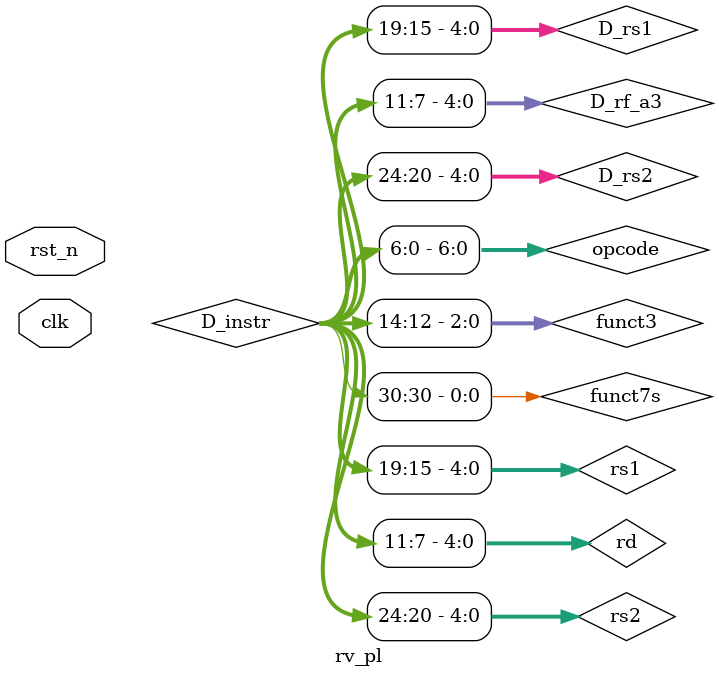
<source format=v>
module rv_pl ( // keep this name as your top module of rv_mc core
    input  wire clk,  // keep this name: clk
    input  wire rst_n  // keep this name: rst_n, must be synchronized low-active reset
);

    // Synchronized reset (convert low-active to high-active)
    reg rst_sync1, rst_sync2;
    wire rst;
    
    always @(posedge clk or negedge rst_n) begin
        if (!rst_n) begin
            rst_sync1 <= 1'b1;
            rst_sync2 <= 1'b1;
        end else begin
            rst_sync1 <= 1'b0;
            rst_sync2 <= rst_sync1;
        end
    end
    
    assign rst = rst_sync2;

    // IF Stage signals
    wire [31:0] F_PC;
    wire [31:0] F_PC_P4;
    wire [31:0] F_instr;
    wire [31:0] next_pc;
    
    // IF/ID Pipeline Register signals
    wire [31:0] D_instr;
    wire [31:0] D_PC;
    wire [31:0] D_PC_P4;
    
    // ID Stage signals
    wire        D_jump;
    wire        D_branch;
    wire [1:0]  D_sel_result;
    wire        D_we_dm;
    wire [3:0]  D_alu_control;
    wire        D_sel_alu_src_b;
    wire [2:0]  D_sel_ext;
    wire        D_we_rf;
    wire [31:0] D_rf_rd1;
    wire [31:0] D_rf_rd2;
    wire [4:0]  D_rf_a3;
    wire [4:0]  D_rs1;
    wire [4:0]  D_rs2;
    wire [31:0] D_ext;
    wire [31:0] D_target_PC;  // Jump target for JAL
    
    // ID/EX Pipeline Register signals
    wire        E_jump;
    wire        E_branch;
    wire [1:0]  E_sel_result;
    wire        E_we_dm;
    wire [3:0]  E_alu_control;
    wire        E_sel_alu_src_b;
    wire        E_we_rf;
    wire [31:0] E_rf_rd1;
    wire [31:0] E_rf_rd2;
    wire [4:0]  E_rf_a3;
    wire [4:0]  E_rs1;
    wire [4:0]  E_rs2;
    wire [31:0] E_ext;
    wire [31:0] E_PC;
    wire [31:0] E_PC_P4;
    
    // Hazard Unit signals
    wire [1:0]  E_forward_alu_op1;
    wire [1:0]  E_forward_alu_op2;
    wire        PC_en;
    wire        IF_ID_en;
    wire        IF_ID_clr;
    wire        ID_EX_clr;
    
    // EX Stage signals
    wire [31:0] E_alu_o;
    wire        E_zero;
    wire [31:0] E_target_PC;
    
    // EX/MA Pipeline Register signals
    wire [1:0]  M_sel_result;
    wire        M_we_dm;
    wire        M_we_rf;
    wire [31:0] M_alu_o;
    wire [31:0] M_dm_wd;
    wire [4:0]  M_rf_a3;
    wire [31:0] M_PC_P4;
    wire [31:0] M_ext;        // Immediate (for LUI)
    
    // MA Stage signals
    wire [31:0] M_dm_rd;
    
    // MA/WB Pipeline Register signals
    wire [1:0]  W_sel_result;
    wire        W_we_rf;
    wire [31:0] W_dm_rd;
    wire [31:0] W_alu_o;
    wire [4:0]  W_rf_a3;
    wire [31:0] W_PC_P4;
    wire [31:0] W_ext;        // Immediate (for LUI)
    
    // WB Stage signals
    wire [31:0] W_result;
    
    // PC MUX: Select PC+4 or jump target 
    // Since I didn't implement the branch instructions, I can use the D_jump signal to select the PC+4 or jump target
    mux mux_pc_src(
        .sel(D_jump),
        .input1(D_target_PC),  // Jump target
        .input2(F_PC_P4),      // PC+4 (normal)
        .out(next_pc)
    );
    
    /////////////////////    IF STAGE    \\\\\\\\\\\\\\\\\\\\\\
    
    // Program Counter
    program_counter pc_module(
        .clk(clk),
        .rst(rst),
        .pc_en(PC_en),
        .next_pc(next_pc),
        .pc(F_PC)
    );
    
    // PC + 4 Adder
    add_pc_4 pc_adder(
        .pc(F_PC),
        .pc_plus_4(F_PC_P4)
    );
    
    // Instruction Memory - keep this name IMEM
    instruction_memory IMEM(
        .pc(F_PC),
        .instruction(F_instr)
    );
    
    // IF/ID Pipeline Register
    pipeline_reg_if_id reg_if_id(
        .clk(clk),
        .rst(rst),
        .en(IF_ID_en),
        .clr(IF_ID_clr),
        .F_instr(F_instr),
        .F_PC(F_PC),
        .F_PC_P4(F_PC_P4),
        .D_instr(D_instr),
        .D_PC(D_PC),
        .D_PC_P4(D_PC_P4)
    );
    
    /////////////////////    ID STAGE    \\\\\\\\\\\\\\\\\\\\\\
    
    // Instruction field extraction
    wire [6:0] opcode = D_instr[6:0];
    wire [2:0] funct3 = D_instr[14:12];
    wire       funct7s = D_instr[30];
    wire [4:0] rs1 = D_instr[19:15];
    wire [4:0] rs2 = D_instr[24:20];
    wire [4:0] rd = D_instr[11:7];
    
    assign D_rf_a3 = rd;
    assign D_rs1 = rs1;
    assign D_rs2 = rs2;
    
    // Controller
    controller ctrl(
        .op(opcode),
        .funct3(funct3),
        .funct7s(funct7s),
        .D_jump(D_jump),
        .D_branch(D_branch),
        .D_sel_result(D_sel_result),
        .D_we_dm(D_we_dm),
        .D_alu_control(D_alu_control),
        .D_sel_alu_src_b(D_sel_alu_src_b),
        .D_sel_ext(D_sel_ext),
        .D_we_rf(D_we_rf)
    );
    
    // Register File - keep this name RF
    register_file RF(
        .clock(clk),
        .write_enable(W_we_rf),
        .read_address_1(rs1),
        .read_address_2(rs2),
        .write_address(W_rf_a3),
        .write_data(W_result),
        .read_data_1(D_rf_rd1),
        .read_data_2(D_rf_rd2)
    );
    
    // Sign Extender
    sign_extender sign_ext(
        .instruction(D_instr),
        .sel_ext(D_sel_ext),
        .imm_extended(D_ext)
    );
    
    // Jump target calculation (PC + immediate) for JAL
    add_pc_imm jump_target_adder(
        .pc(D_PC),
        .imm_extended(D_ext),
        .pc_plus_imm(D_target_PC)
    );
    
    // ID/EX Pipeline Register
    pipeline_reg_id_ex reg_id_ex(
        .clk(clk),
        .rst(rst),
        .clr(ID_EX_clr),
        .D_jump(D_jump),
        .D_branch(D_branch),
        .D_sel_result(D_sel_result),
        .D_we_dm(D_we_dm),
        .D_alu_control(D_alu_control),
        .D_sel_alu_src_b(D_sel_alu_src_b),
        .D_we_rf(D_we_rf),
        .D_rf_rd1(D_rf_rd1),
        .D_rf_rd2(D_rf_rd2),
        .D_rf_a3(D_rf_a3),
        .D_rs1(D_rs1),
        .D_rs2(D_rs2),
        .D_ext(D_ext),
        .D_PC(D_PC),
        .D_PC_P4(D_PC_P4),
        .E_jump(E_jump),
        .E_branch(E_branch),
        .E_sel_result(E_sel_result),
        .E_we_dm(E_we_dm),
        .E_alu_control(E_alu_control),
        .E_sel_alu_src_b(E_sel_alu_src_b),
        .E_we_rf(E_we_rf),
        .E_rf_rd1(E_rf_rd1),
        .E_rf_rd2(E_rf_rd2),
        .E_rf_a3(E_rf_a3),
        .E_rs1(E_rs1),
        .E_rs2(E_rs2),
        .E_ext(E_ext),
        .E_PC(E_PC),
        .E_PC_P4(E_PC_P4)
    );
    
    // Hazard Unit
    hazard_unit hazard(
        .D_rs1(D_rs1),
        .D_rs2(D_rs2),
        .E_rs1(E_rs1),
        .E_rs2(E_rs2),
        .E_rd(E_rf_a3),
        .M_rd(M_rf_a3),
        .W_rd(W_rf_a3),
        .E_we_rf(E_we_rf),
        .M_we_rf(M_we_rf),
        .W_we_rf(W_we_rf),
        .E_sel_result(E_sel_result),
        .M_sel_result(M_sel_result),
        .D_jump(D_jump),
        .E_branch(E_branch),
        .E_zero(E_zero),
        .E_forward_alu_op1(E_forward_alu_op1),
        .E_forward_alu_op2(E_forward_alu_op2),
        .PC_en(PC_en),
        .IF_ID_en(IF_ID_en),
        .IF_ID_clr(IF_ID_clr),
        .ID_EX_clr(ID_EX_clr)
    );
    
    /////////////////////    EX STAGE    \\\\\\\\\\\\\\\\\\\\\\
    
    // Forwarding MUX for ALU operand 1
    wire [31:0] alu_op1_forwarded;
    MUX3 mux_forward_op1(
        .sel(E_forward_alu_op1),
        .input0(E_rf_rd1),
        .input1(W_result),
        .input2(M_alu_o),
        .out(alu_op1_forwarded)
    );
    
    // Forwarding MUX for ALU operand 2
    wire [31:0] alu_op2_forwarded;
    MUX3 mux_forward_op2(
        .sel(E_forward_alu_op2),
        .input0(E_rf_rd2),
        .input1(W_result),
        .input2(M_alu_o),
        .out(alu_op2_forwarded)
    );
    
    // ALU source B MUX
    wire [31:0] alu_src_b;
    mux mux_alu_src_b(
        .sel(E_sel_alu_src_b),
        .input1(E_ext),
        .input2(alu_op2_forwarded),
        .out(alu_src_b)
    );
    
    // ALU
    ALU alu(
        .RD1(alu_op1_forwarded),
        .RD2(alu_src_b),
        .alu_control(E_alu_control),
        .alu_result(E_alu_o)
    );
    
    // Zero flag check
    zero_flag zero_check(
        .value(E_alu_o),
        .is_zero(E_zero)
    );
    
    // Branch/Jump target PC adder
    add_pc_imm target_pc_adder(
        .pc(E_PC),
        .imm_extended(E_ext),
        .pc_plus_imm(E_target_PC)
    );
    
    // EX/MA Pipeline Register
    pipeline_reg_ex_ma reg_ex_ma(
        .clk(clk),
        .rst(rst),
        .E_sel_result(E_sel_result),
        .E_we_dm(E_we_dm),
        .E_we_rf(E_we_rf),
        .E_alu_o(E_alu_o),
        .E_rf_rd2(E_rf_rd2),
        .E_rf_a3(E_rf_a3),
        .E_PC_P4(E_PC_P4),
        .E_ext(E_ext),
        .M_sel_result(M_sel_result),
        .M_we_dm(M_we_dm),
        .M_we_rf(M_we_rf),
        .M_alu_o(M_alu_o),
        .M_dm_wd(M_dm_wd),
        .M_rf_a3(M_rf_a3),
        .M_PC_P4(M_PC_P4),
        .M_ext(M_ext)
    );
    
    /////////////////////    MA STAGE    \\\\\\\\\\\\\\\\\\\\\\
    
    // Data Memory - keep this name DMEM
    data_memory DMEM(
        .clock(clk),
        .write_enable(M_we_dm),
        .address(M_alu_o),
        .write_data(M_dm_wd),
        .read_data(M_dm_rd)
    );
    
    // MA/WB Pipeline Register
    pipeline_reg_ma_wb reg_ma_wb(
        .clk(clk),
        .rst(rst),
        .M_sel_result(M_sel_result),
        .M_we_rf(M_we_rf),
        .M_dm_rd(M_dm_rd),
        .M_alu_o(M_alu_o),
        .M_rf_a3(M_rf_a3),
        .M_PC_P4(M_PC_P4),
        .M_ext(M_ext),
        .W_sel_result(W_sel_result),
        .W_we_rf(W_we_rf),
        .W_dm_rd(W_dm_rd),
        .W_alu_o(W_alu_o),
        .W_rf_a3(W_rf_a3),
        .W_PC_P4(W_PC_P4),
        .W_ext(W_ext)
    );
    
    /////////////////////    WB STAGE    \\\\\\\\\\\\\\\\\\\\\\
    
    // Result MUX: 4-to-1 using two 2-to-1 muxes
    // 00 = ALU result
    // 01 = Data memory read
    // 10 = PC+4 (for JAL)
    // 11 = Immediate (for LUI)
    
    wire [31:0] result_mux0_out;
    wire [31:0] result_mux1_out;
    
    mux mux_result_0(
        .sel(W_sel_result[0]),
        .input1(W_dm_rd),
        .input2(W_alu_o),
        .out(result_mux0_out)
    );
    
    mux mux_result_1(
        .sel(W_sel_result[0]),
        .input1(W_ext),      // Immediate (for LUI)
        .input2(W_PC_P4),    // PC+4 (for JAL)
        .out(result_mux1_out)
    );

    mux mux_result(
        .sel(W_sel_result[1]),
        .input1(result_mux1_out),  // PC+4 or Immediate
        .input2(result_mux0_out),  // ALU or Memory
        .out(W_result)
    );

endmodule

</source>
